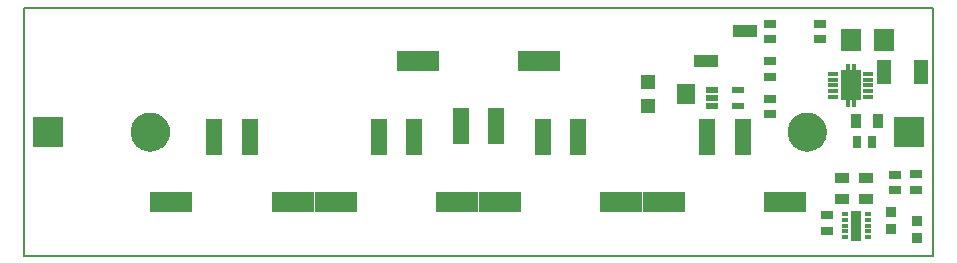
<source format=gts>
G75*
G70*
%OFA0B0*%
%FSLAX24Y24*%
%IPPOS*%
%LPD*%
%AMOC8*
5,1,8,0,0,1.08239X$1,22.5*
%
%ADD10C,0.0080*%
%ADD11R,0.0355X0.0512*%
%ADD12R,0.0375X0.0157*%
%ADD13R,0.0690X0.0985*%
%ADD14R,0.0150X0.0316*%
%ADD15R,0.0394X0.0316*%
%ADD16R,0.0316X0.0394*%
%ADD17R,0.0670X0.0749*%
%ADD18R,0.0512X0.0827*%
%ADD19R,0.0512X0.0355*%
%ADD20R,0.0355X0.0355*%
%ADD21R,0.0985X0.0985*%
%ADD22C,0.0000*%
%ADD23C,0.1300*%
%ADD24R,0.1390X0.0690*%
%ADD25R,0.0540X0.1190*%
%ADD26R,0.0237X0.0138*%
%ADD27R,0.0371X0.0985*%
%ADD28R,0.0512X0.0512*%
%ADD29R,0.0631X0.0670*%
%ADD30R,0.0827X0.0434*%
%ADD31R,0.0394X0.0197*%
D10*
X000140Y000149D02*
X000140Y008409D01*
X030439Y008409D01*
X030439Y000149D01*
X000140Y000149D01*
D11*
X027888Y004619D03*
X028597Y004619D03*
D12*
X028273Y005426D03*
X028273Y005623D03*
X028273Y005819D03*
X028273Y006016D03*
X028273Y006213D03*
X027112Y006213D03*
X027112Y006016D03*
X027112Y005819D03*
X027112Y005623D03*
X027112Y005426D03*
D13*
X027692Y005819D03*
D14*
X027594Y006410D03*
X027791Y006410D03*
X027791Y005229D03*
X027594Y005229D03*
D15*
X024992Y005375D03*
X024992Y004864D03*
X024992Y006114D03*
X024992Y006625D03*
X024992Y007364D03*
X024992Y007875D03*
X026672Y007875D03*
X026672Y007364D03*
X029179Y002844D03*
X029882Y002858D03*
X029882Y002346D03*
X029179Y002332D03*
X026920Y001484D03*
X026920Y000972D03*
D16*
X027907Y003939D03*
X028418Y003939D03*
D17*
X028794Y007339D03*
X027691Y007339D03*
D18*
X028793Y006269D03*
X030052Y006269D03*
D19*
X028191Y002740D03*
X027414Y002740D03*
X027414Y002031D03*
X028191Y002031D03*
D20*
X029040Y001614D03*
X029892Y001314D03*
X029040Y001023D03*
X029892Y000724D03*
D21*
X029640Y004279D03*
X000939Y004279D03*
D22*
X003711Y004279D02*
X003713Y004329D01*
X003719Y004379D01*
X003729Y004428D01*
X003743Y004476D01*
X003760Y004523D01*
X003781Y004568D01*
X003806Y004612D01*
X003834Y004653D01*
X003866Y004692D01*
X003900Y004729D01*
X003937Y004763D01*
X003977Y004793D01*
X004019Y004820D01*
X004063Y004844D01*
X004109Y004865D01*
X004156Y004881D01*
X004204Y004894D01*
X004254Y004903D01*
X004303Y004908D01*
X004354Y004909D01*
X004404Y004906D01*
X004453Y004899D01*
X004502Y004888D01*
X004550Y004873D01*
X004596Y004855D01*
X004641Y004833D01*
X004684Y004807D01*
X004725Y004778D01*
X004764Y004746D01*
X004800Y004711D01*
X004832Y004673D01*
X004862Y004633D01*
X004889Y004590D01*
X004912Y004546D01*
X004931Y004500D01*
X004947Y004452D01*
X004959Y004403D01*
X004967Y004354D01*
X004971Y004304D01*
X004971Y004254D01*
X004967Y004204D01*
X004959Y004155D01*
X004947Y004106D01*
X004931Y004058D01*
X004912Y004012D01*
X004889Y003968D01*
X004862Y003925D01*
X004832Y003885D01*
X004800Y003847D01*
X004764Y003812D01*
X004725Y003780D01*
X004684Y003751D01*
X004641Y003725D01*
X004596Y003703D01*
X004550Y003685D01*
X004502Y003670D01*
X004453Y003659D01*
X004404Y003652D01*
X004354Y003649D01*
X004303Y003650D01*
X004254Y003655D01*
X004204Y003664D01*
X004156Y003677D01*
X004109Y003693D01*
X004063Y003714D01*
X004019Y003738D01*
X003977Y003765D01*
X003937Y003795D01*
X003900Y003829D01*
X003866Y003866D01*
X003834Y003905D01*
X003806Y003946D01*
X003781Y003990D01*
X003760Y004035D01*
X003743Y004082D01*
X003729Y004130D01*
X003719Y004179D01*
X003713Y004229D01*
X003711Y004279D01*
X025608Y004279D02*
X025610Y004329D01*
X025616Y004379D01*
X025626Y004428D01*
X025640Y004476D01*
X025657Y004523D01*
X025678Y004568D01*
X025703Y004612D01*
X025731Y004653D01*
X025763Y004692D01*
X025797Y004729D01*
X025834Y004763D01*
X025874Y004793D01*
X025916Y004820D01*
X025960Y004844D01*
X026006Y004865D01*
X026053Y004881D01*
X026101Y004894D01*
X026151Y004903D01*
X026200Y004908D01*
X026251Y004909D01*
X026301Y004906D01*
X026350Y004899D01*
X026399Y004888D01*
X026447Y004873D01*
X026493Y004855D01*
X026538Y004833D01*
X026581Y004807D01*
X026622Y004778D01*
X026661Y004746D01*
X026697Y004711D01*
X026729Y004673D01*
X026759Y004633D01*
X026786Y004590D01*
X026809Y004546D01*
X026828Y004500D01*
X026844Y004452D01*
X026856Y004403D01*
X026864Y004354D01*
X026868Y004304D01*
X026868Y004254D01*
X026864Y004204D01*
X026856Y004155D01*
X026844Y004106D01*
X026828Y004058D01*
X026809Y004012D01*
X026786Y003968D01*
X026759Y003925D01*
X026729Y003885D01*
X026697Y003847D01*
X026661Y003812D01*
X026622Y003780D01*
X026581Y003751D01*
X026538Y003725D01*
X026493Y003703D01*
X026447Y003685D01*
X026399Y003670D01*
X026350Y003659D01*
X026301Y003652D01*
X026251Y003649D01*
X026200Y003650D01*
X026151Y003655D01*
X026101Y003664D01*
X026053Y003677D01*
X026006Y003693D01*
X025960Y003714D01*
X025916Y003738D01*
X025874Y003765D01*
X025834Y003795D01*
X025797Y003829D01*
X025763Y003866D01*
X025731Y003905D01*
X025703Y003946D01*
X025678Y003990D01*
X025657Y004035D01*
X025640Y004082D01*
X025626Y004130D01*
X025616Y004179D01*
X025610Y004229D01*
X025608Y004279D01*
D23*
X026238Y004279D03*
X004341Y004279D03*
D24*
X005056Y001940D03*
X009100Y001940D03*
X010531Y001940D03*
X014574Y001940D03*
X016005Y001940D03*
X020048Y001940D03*
X021480Y001940D03*
X025523Y001940D03*
X017311Y006617D03*
X013268Y006617D03*
D25*
X014699Y004460D03*
X015880Y004460D03*
X017436Y004098D03*
X018617Y004098D03*
X022911Y004098D03*
X024092Y004098D03*
X013143Y004098D03*
X011962Y004098D03*
X007669Y004098D03*
X006487Y004098D03*
D26*
X027516Y001543D03*
X027516Y001346D03*
X027516Y001149D03*
X027516Y000952D03*
X027516Y000755D03*
X028264Y000755D03*
X028264Y000952D03*
X028264Y001149D03*
X028264Y001346D03*
X028264Y001543D03*
D27*
X027890Y001149D03*
D28*
X020931Y005130D03*
X020931Y005918D03*
D29*
X022211Y005524D03*
D30*
X022865Y006649D03*
X024165Y007649D03*
D31*
X023948Y005655D03*
X023082Y005655D03*
X023082Y005399D03*
X023082Y005143D03*
X023948Y005143D03*
M02*

</source>
